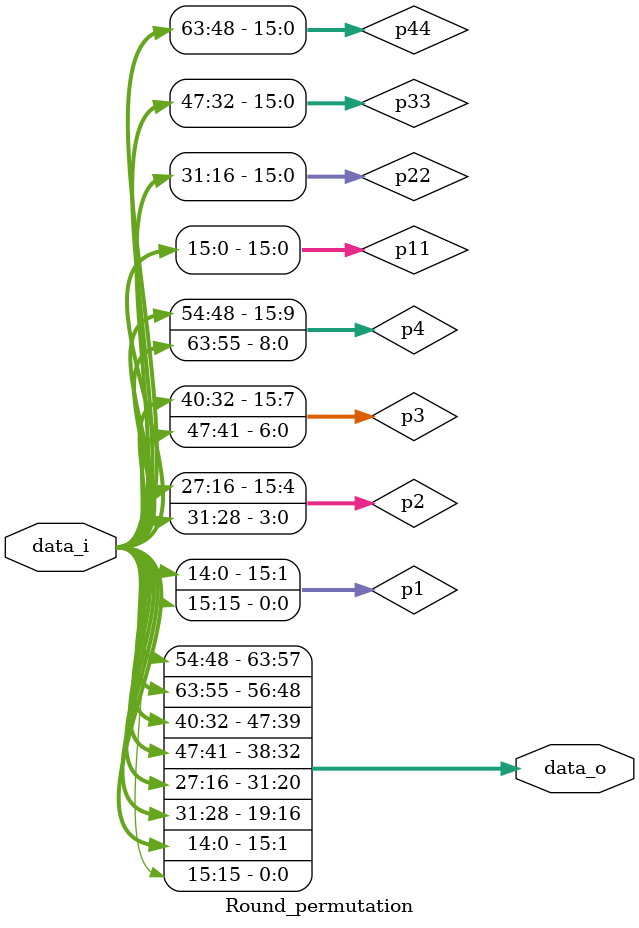
<source format=v>
`timescale 1ns / 1ps


module Round_permutation(
                    input[63:0] data_i,
                    output[63:0] data_o
    );
    
    wire[15:0] p1,p2,p3,p4,
               p11,p22,p33,p44 ;
    assign p11 = data_i[15:0];
    assign p22 = data_i[31:16];
    assign p33 = data_i[47:32];
    assign p44 = data_i[63:48];
    
    assign p1 = {p11[14:0],p11[15]};//p11 << 1;
    assign p2 = {p22[11:0],p22[15:12]};//p22 << 4;
    assign p3 = {p33[8:0],p33[15:9]};//p33 << 7;
    assign p4 = {p44[6:0],p44[15:7]};//p44 << 9;         
            
    assign data_o[15:0]     = p1; 
    assign data_o[31:16]    = p2;
    assign data_o[47:32]    = p3;
    assign data_o[63:48]    = p4;        
endmodule

</source>
